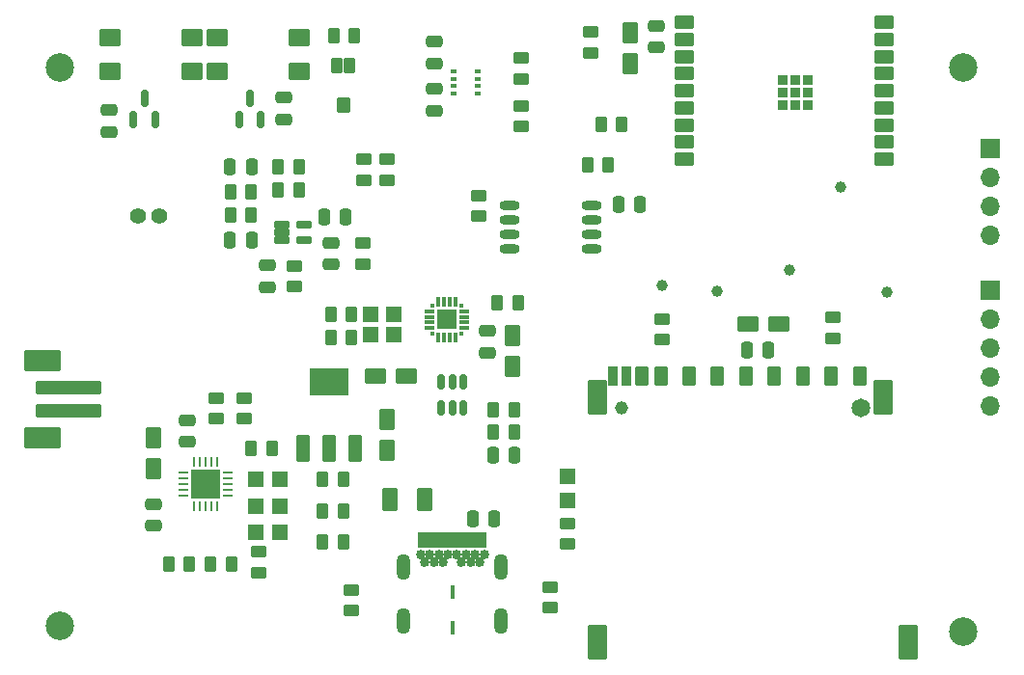
<source format=gts>
%TF.GenerationSoftware,KiCad,Pcbnew,9.0.0*%
%TF.CreationDate,2025-05-12T22:40:26+02:00*%
%TF.ProjectId,ESP32_PeterDalmaris_Board,45535033-325f-4506-9574-657244616c6d,rev?*%
%TF.SameCoordinates,Original*%
%TF.FileFunction,Soldermask,Top*%
%TF.FilePolarity,Negative*%
%FSLAX46Y46*%
G04 Gerber Fmt 4.6, Leading zero omitted, Abs format (unit mm)*
G04 Created by KiCad (PCBNEW 9.0.0) date 2025-05-12 22:40:26*
%MOMM*%
%LPD*%
G01*
G04 APERTURE LIST*
G04 Aperture macros list*
%AMRoundRect*
0 Rectangle with rounded corners*
0 $1 Rounding radius*
0 $2 $3 $4 $5 $6 $7 $8 $9 X,Y pos of 4 corners*
0 Add a 4 corners polygon primitive as box body*
4,1,4,$2,$3,$4,$5,$6,$7,$8,$9,$2,$3,0*
0 Add four circle primitives for the rounded corners*
1,1,$1+$1,$2,$3*
1,1,$1+$1,$4,$5*
1,1,$1+$1,$6,$7*
1,1,$1+$1,$8,$9*
0 Add four rect primitives between the rounded corners*
20,1,$1+$1,$2,$3,$4,$5,0*
20,1,$1+$1,$4,$5,$6,$7,0*
20,1,$1+$1,$6,$7,$8,$9,0*
20,1,$1+$1,$8,$9,$2,$3,0*%
G04 Aperture macros list end*
%ADD10RoundRect,0.102000X-0.800000X0.700000X-0.800000X-0.700000X0.800000X-0.700000X0.800000X0.700000X0*%
%ADD11RoundRect,0.175500X0.526500X0.836500X-0.526500X0.836500X-0.526500X-0.836500X0.526500X-0.836500X0*%
%ADD12RoundRect,0.250000X-0.475000X0.250000X-0.475000X-0.250000X0.475000X-0.250000X0.475000X0.250000X0*%
%ADD13RoundRect,0.102000X0.475000X-1.075000X0.475000X1.075000X-0.475000X1.075000X-0.475000X-1.075000X0*%
%ADD14RoundRect,0.102000X1.625000X-1.075000X1.625000X1.075000X-1.625000X1.075000X-1.625000X-1.075000X0*%
%ADD15RoundRect,0.250000X-0.250000X-0.475000X0.250000X-0.475000X0.250000X0.475000X-0.250000X0.475000X0*%
%ADD16RoundRect,0.250000X0.450000X-0.262500X0.450000X0.262500X-0.450000X0.262500X-0.450000X-0.262500X0*%
%ADD17RoundRect,0.102000X-0.400000X0.550000X-0.400000X-0.550000X0.400000X-0.550000X0.400000X0.550000X0*%
%ADD18RoundRect,0.102000X-0.500000X0.550000X-0.500000X-0.550000X0.500000X-0.550000X0.500000X0.550000X0*%
%ADD19C,1.412000*%
%ADD20C,1.150000*%
%ADD21C,1.650000*%
%ADD22RoundRect,0.102000X-0.500000X-0.750000X0.500000X-0.750000X0.500000X0.750000X-0.500000X0.750000X0*%
%ADD23RoundRect,0.102000X-0.350000X-0.750000X0.350000X-0.750000X0.350000X0.750000X-0.350000X0.750000X0*%
%ADD24RoundRect,0.102000X-0.750000X-1.400000X0.750000X-1.400000X0.750000X1.400000X-0.750000X1.400000X0*%
%ADD25RoundRect,0.102000X-0.600000X-0.600000X0.600000X-0.600000X0.600000X0.600000X-0.600000X0.600000X0*%
%ADD26R,1.700000X1.700000*%
%ADD27O,1.700000X1.700000*%
%ADD28RoundRect,0.102000X-0.150000X-0.600000X0.150000X-0.600000X0.150000X0.600000X-0.150000X0.600000X0*%
%ADD29C,0.854000*%
%ADD30RoundRect,0.102000X-0.100000X-0.500000X0.100000X-0.500000X0.100000X0.500000X-0.100000X0.500000X0*%
%ADD31O,1.254000X2.304000*%
%ADD32RoundRect,0.250000X-0.450000X0.262500X-0.450000X-0.262500X0.450000X-0.262500X0.450000X0.262500X0*%
%ADD33RoundRect,0.250000X-0.262500X-0.450000X0.262500X-0.450000X0.262500X0.450000X-0.262500X0.450000X0*%
%ADD34RoundRect,0.150000X0.150000X-0.587500X0.150000X0.587500X-0.150000X0.587500X-0.150000X-0.587500X0*%
%ADD35RoundRect,0.250000X0.262500X0.450000X-0.262500X0.450000X-0.262500X-0.450000X0.262500X-0.450000X0*%
%ADD36C,2.500000*%
%ADD37RoundRect,0.179250X-0.537750X0.777750X-0.537750X-0.777750X0.537750X-0.777750X0.537750X0.777750X0*%
%ADD38C,1.000000*%
%ADD39RoundRect,0.250000X0.475000X-0.250000X0.475000X0.250000X-0.475000X0.250000X-0.475000X-0.250000X0*%
%ADD40RoundRect,0.102000X-0.750000X-0.450000X0.750000X-0.450000X0.750000X0.450000X-0.750000X0.450000X0*%
%ADD41RoundRect,0.102000X-0.350000X-0.350000X0.350000X-0.350000X0.350000X0.350000X-0.350000X0.350000X0*%
%ADD42RoundRect,0.102000X0.600000X0.600000X-0.600000X0.600000X-0.600000X-0.600000X0.600000X-0.600000X0*%
%ADD43RoundRect,0.102000X2.750000X-0.500000X2.750000X0.500000X-2.750000X0.500000X-2.750000X-0.500000X0*%
%ADD44RoundRect,0.102000X1.500000X-0.800000X1.500000X0.800000X-1.500000X0.800000X-1.500000X-0.800000X0*%
%ADD45RoundRect,0.151000X-0.546000X-0.151000X0.546000X-0.151000X0.546000X0.151000X-0.546000X0.151000X0*%
%ADD46RoundRect,0.062500X0.062500X-0.350000X0.062500X0.350000X-0.062500X0.350000X-0.062500X-0.350000X0*%
%ADD47RoundRect,0.062500X0.350000X-0.062500X0.350000X0.062500X-0.350000X0.062500X-0.350000X-0.062500X0*%
%ADD48R,2.500000X2.500000*%
%ADD49RoundRect,0.250000X0.250000X0.475000X-0.250000X0.475000X-0.250000X-0.475000X0.250000X-0.475000X0*%
%ADD50O,1.804000X0.804000*%
%ADD51RoundRect,0.179250X0.537750X-0.777750X0.537750X0.777750X-0.537750X0.777750X-0.537750X-0.777750X0*%
%ADD52RoundRect,0.102000X0.600000X-0.600000X0.600000X0.600000X-0.600000X0.600000X-0.600000X-0.600000X0*%
%ADD53RoundRect,0.179250X-0.777750X-0.537750X0.777750X-0.537750X0.777750X0.537750X-0.777750X0.537750X0*%
%ADD54RoundRect,0.150000X0.150000X-0.512500X0.150000X0.512500X-0.150000X0.512500X-0.150000X-0.512500X0*%
%ADD55R,0.500000X0.350000*%
%ADD56R,0.300000X0.300000*%
%ADD57R,0.300000X0.900000*%
%ADD58R,0.900000X0.300000*%
%ADD59R,1.800000X1.800000*%
G04 APERTURE END LIST*
D10*
%TO.C,S2*%
X119350000Y-54337500D03*
X126550000Y-54337500D03*
X119350000Y-51337500D03*
X126550000Y-51337500D03*
%TD*%
%TO.C,S1*%
X128775000Y-54325000D03*
X135975000Y-54325000D03*
X128775000Y-51325000D03*
X135975000Y-51325000D03*
%TD*%
D11*
%TO.C,R35*%
X146955000Y-91850000D03*
X143945000Y-91850000D03*
%TD*%
D12*
%TO.C,C3*%
X123175000Y-92312500D03*
X123175000Y-94212500D03*
%TD*%
D13*
%TO.C,VR1*%
X136300000Y-87400000D03*
X138600000Y-87400000D03*
X140900000Y-87400000D03*
D14*
X138600000Y-81600000D03*
%TD*%
D15*
%TO.C,C21*%
X138150000Y-67100000D03*
X140050000Y-67100000D03*
%TD*%
D16*
%TO.C,R22*%
X155400000Y-54962500D03*
X155400000Y-53137500D03*
%TD*%
D17*
%TO.C,Q1*%
X140400000Y-53755000D03*
X139300000Y-53755000D03*
D18*
X139850000Y-57265000D03*
%TD*%
D19*
%TO.C,MK1*%
X121800000Y-67000000D03*
X123700000Y-67000000D03*
%TD*%
D20*
%TO.C,J3*%
X164250000Y-83887500D03*
D21*
X185250000Y-83887500D03*
D22*
X182625000Y-81087500D03*
X180125000Y-81087500D03*
X177625000Y-81087500D03*
X175125000Y-81087500D03*
X172625000Y-81087500D03*
X170125000Y-81087500D03*
X167700000Y-81087500D03*
X166000000Y-81087500D03*
X185125000Y-81087500D03*
D23*
X164700000Y-81087500D03*
D24*
X162100000Y-82887500D03*
X187200000Y-82887500D03*
X189400000Y-104387500D03*
X162100000Y-104387500D03*
D23*
X163500000Y-81087500D03*
%TD*%
D25*
%TO.C,D6*%
X134275000Y-94812500D03*
X132175000Y-94812500D03*
%TD*%
D26*
%TO.C,J5*%
X196600000Y-73500000D03*
D27*
X196600000Y-76040000D03*
X196600000Y-78580000D03*
X196600000Y-81120000D03*
X196600000Y-83660000D03*
%TD*%
D15*
%TO.C,C18*%
X129887500Y-62700000D03*
X131787500Y-62700000D03*
%TD*%
D28*
%TO.C,J1*%
X146650000Y-95459500D03*
X147150000Y-95459500D03*
X147650000Y-95459500D03*
X148150000Y-95459500D03*
X148650000Y-95459500D03*
X149150000Y-95459500D03*
X149650000Y-95459500D03*
X150150000Y-95459500D03*
X150650000Y-95459500D03*
X151150000Y-95459500D03*
X151650000Y-95459500D03*
X152150000Y-95459500D03*
D29*
X152200000Y-96709500D03*
X151800000Y-97419500D03*
X151000000Y-97419500D03*
X150600000Y-96709500D03*
X150200000Y-97419500D03*
X149800000Y-96709500D03*
X149000000Y-96709500D03*
X148600000Y-97419500D03*
X148200000Y-96709500D03*
X147800000Y-97419500D03*
X147000000Y-97419500D03*
X146600000Y-96709500D03*
X151400000Y-96709500D03*
X147400000Y-96709500D03*
D30*
X149400000Y-100039500D03*
X149400000Y-103139500D03*
D31*
X145130000Y-97859500D03*
X153670000Y-97859500D03*
X145130000Y-102589500D03*
X153670000Y-102589500D03*
%TD*%
D32*
%TO.C,R2*%
X140500000Y-99837500D03*
X140500000Y-101662500D03*
%TD*%
D12*
%TO.C,C10*%
X167250000Y-50300000D03*
X167250000Y-52200000D03*
%TD*%
D33*
%TO.C,R20*%
X162450000Y-58950000D03*
X164275000Y-58950000D03*
%TD*%
D34*
%TO.C,Q3*%
X130700000Y-58547500D03*
X132600000Y-58547500D03*
X131650000Y-56672500D03*
%TD*%
D35*
%TO.C,R25*%
X140812500Y-51150000D03*
X138987500Y-51150000D03*
%TD*%
%TO.C,R10*%
X139837500Y-90125000D03*
X138012500Y-90125000D03*
%TD*%
D36*
%TO.C,REF\u002A\u002A*%
X194207107Y-54000000D03*
%TD*%
D35*
%TO.C,R9*%
X139837500Y-92875000D03*
X138012500Y-92875000D03*
%TD*%
%TO.C,R26*%
X131750000Y-64900000D03*
X129925000Y-64900000D03*
%TD*%
D32*
%TO.C,R30*%
X135550000Y-71387500D03*
X135550000Y-73212500D03*
%TD*%
D37*
%TO.C,C11*%
X165000000Y-50900000D03*
X165000000Y-53600000D03*
%TD*%
D16*
%TO.C,R34*%
X161500000Y-52662500D03*
X161500000Y-50837500D03*
%TD*%
D38*
%TO.C,TP4*%
X187500000Y-73700000D03*
%TD*%
D32*
%TO.C,R6*%
X131175000Y-82962500D03*
X131175000Y-84787500D03*
%TD*%
D33*
%TO.C,R14*%
X153000000Y-84000000D03*
X154825000Y-84000000D03*
%TD*%
D35*
%TO.C,R28*%
X135950000Y-64700000D03*
X134125000Y-64700000D03*
%TD*%
D16*
%TO.C,R21*%
X167796000Y-77859000D03*
X167796000Y-76034000D03*
%TD*%
D39*
%TO.C,C19*%
X133150000Y-73250000D03*
X133150000Y-71350000D03*
%TD*%
D40*
%TO.C,U2*%
X169750000Y-50000000D03*
X169750000Y-51500000D03*
X169750000Y-53000000D03*
X169750000Y-54500000D03*
X169750000Y-56000000D03*
X169750000Y-57500000D03*
X169750000Y-59000000D03*
X169750000Y-60500000D03*
X169750000Y-62000000D03*
X187250000Y-62000000D03*
X187250000Y-60500000D03*
X187250000Y-59000000D03*
X187250000Y-57500000D03*
X187250000Y-56000000D03*
X187250000Y-54500000D03*
X187250000Y-53000000D03*
X187250000Y-51500000D03*
X187250000Y-50000000D03*
D41*
X178360000Y-55100000D03*
X179460000Y-55100000D03*
X180560000Y-55100000D03*
X178360000Y-56200000D03*
X179460000Y-56200000D03*
X180560000Y-56200000D03*
X178360000Y-57300000D03*
X179460000Y-57300000D03*
X180560000Y-57300000D03*
%TD*%
D15*
%TO.C,C14*%
X163984500Y-65978000D03*
X165884500Y-65978000D03*
%TD*%
D36*
%TO.C,REF\u002A\u002A*%
X115000000Y-103000000D03*
%TD*%
%TO.C,REF\u002A\u002A*%
X115000000Y-54000000D03*
%TD*%
D42*
%TO.C,D9*%
X142200000Y-75637500D03*
X144300000Y-75637500D03*
%TD*%
D16*
%TO.C,R19*%
X182750000Y-77712500D03*
X182750000Y-75887500D03*
%TD*%
D38*
%TO.C,TP3*%
X172625000Y-73575000D03*
%TD*%
D32*
%TO.C,R24*%
X155400000Y-57337500D03*
X155400000Y-59162500D03*
%TD*%
D16*
%TO.C,R33*%
X141600000Y-62037500D03*
X141600000Y-63862500D03*
%TD*%
D43*
%TO.C,J2*%
X115707500Y-84100000D03*
X115707500Y-82100000D03*
D44*
X113457500Y-86500000D03*
X113457500Y-79700000D03*
%TD*%
D39*
%TO.C,C15*%
X147800000Y-53600000D03*
X147800000Y-51700000D03*
%TD*%
%TO.C,C20*%
X138750000Y-71250000D03*
X138750000Y-69350000D03*
%TD*%
D12*
%TO.C,C16*%
X147800000Y-55850000D03*
X147800000Y-57750000D03*
%TD*%
%TO.C,C7*%
X152450000Y-77087500D03*
X152450000Y-78987500D03*
%TD*%
%TO.C,C22*%
X134600000Y-56597500D03*
X134600000Y-58497500D03*
%TD*%
D45*
%TO.C,U7*%
X134430000Y-67800000D03*
X134430000Y-68450000D03*
X134430000Y-69100000D03*
X136350000Y-69100000D03*
X136350000Y-67800000D03*
%TD*%
D46*
%TO.C,U1*%
X126725000Y-92462500D03*
X127225000Y-92462500D03*
X127725000Y-92462500D03*
X128225000Y-92462500D03*
X128725000Y-92462500D03*
D47*
X129662500Y-91525000D03*
X129662500Y-91025000D03*
X129662500Y-90525000D03*
X129662500Y-90025000D03*
X129662500Y-89525000D03*
D46*
X128725000Y-88587500D03*
X128225000Y-88587500D03*
X127725000Y-88587500D03*
X127225000Y-88587500D03*
X126725000Y-88587500D03*
D47*
X125787500Y-89525000D03*
X125787500Y-90025000D03*
X125787500Y-90525000D03*
X125787500Y-91025000D03*
X125787500Y-91525000D03*
D48*
X127725000Y-90525000D03*
%TD*%
D49*
%TO.C,C17*%
X131787500Y-69100000D03*
X129887500Y-69100000D03*
%TD*%
D50*
%TO.C,U5*%
X154400000Y-66095000D03*
X154400000Y-67365000D03*
X154400000Y-68635000D03*
X154400000Y-69905000D03*
X161600000Y-69905000D03*
X161600000Y-68635000D03*
X161600000Y-67365000D03*
X161600000Y-66095000D03*
%TD*%
D25*
%TO.C,D4*%
X134275000Y-92462500D03*
X132175000Y-92462500D03*
%TD*%
D15*
%TO.C,C1*%
X151206000Y-93609500D03*
X153106000Y-93609500D03*
%TD*%
D34*
%TO.C,Q2*%
X121427500Y-58547500D03*
X123327500Y-58547500D03*
X122377500Y-56672500D03*
%TD*%
D35*
%TO.C,R11*%
X139837500Y-95625000D03*
X138012500Y-95625000D03*
%TD*%
D25*
%TO.C,D5*%
X134275000Y-90112500D03*
X132175000Y-90112500D03*
%TD*%
D15*
%TO.C,C12*%
X175230000Y-78731500D03*
X177130000Y-78731500D03*
%TD*%
D38*
%TO.C,TP1*%
X179000000Y-71700000D03*
%TD*%
D39*
%TO.C,C4*%
X126125000Y-86825000D03*
X126125000Y-84925000D03*
%TD*%
D32*
%TO.C,R5*%
X128675000Y-82962500D03*
X128675000Y-84787500D03*
%TD*%
D51*
%TO.C,C5*%
X143650000Y-87600000D03*
X143650000Y-84900000D03*
%TD*%
D16*
%TO.C,R7*%
X132375000Y-98325000D03*
X132375000Y-96500000D03*
%TD*%
D35*
%TO.C,R3*%
X130025000Y-97562500D03*
X128200000Y-97562500D03*
%TD*%
D33*
%TO.C,R29*%
X134125000Y-62700000D03*
X135950000Y-62700000D03*
%TD*%
%TO.C,R17*%
X138737500Y-75637500D03*
X140562500Y-75637500D03*
%TD*%
D35*
%TO.C,R4*%
X126325000Y-97562500D03*
X124500000Y-97562500D03*
%TD*%
D49*
%TO.C,C9*%
X154862500Y-88000000D03*
X152962500Y-88000000D03*
%TD*%
D16*
%TO.C,R32*%
X143625000Y-63862500D03*
X143625000Y-62037500D03*
%TD*%
%TO.C,R31*%
X141550000Y-71212500D03*
X141550000Y-69387500D03*
%TD*%
D32*
%TO.C,R23*%
X151725000Y-65212500D03*
X151725000Y-67037500D03*
%TD*%
D35*
%TO.C,R15*%
X154825000Y-86000000D03*
X153000000Y-86000000D03*
%TD*%
D52*
%TO.C,D7*%
X159500000Y-89869000D03*
X159500000Y-91969000D03*
%TD*%
D53*
%TO.C,C13*%
X175330000Y-76481500D03*
X178030000Y-76481500D03*
%TD*%
D33*
%TO.C,R16*%
X138737500Y-77637500D03*
X140562500Y-77637500D03*
%TD*%
D12*
%TO.C,C23*%
X119300000Y-57725000D03*
X119300000Y-59625000D03*
%TD*%
D38*
%TO.C,TP2*%
X167775000Y-73075000D03*
%TD*%
D35*
%TO.C,R8*%
X133587500Y-87412500D03*
X131762500Y-87412500D03*
%TD*%
D54*
%TO.C,U4*%
X148450000Y-83837500D03*
X149400000Y-83837500D03*
X150350000Y-83837500D03*
X150350000Y-81562500D03*
X149400000Y-81562500D03*
X148450000Y-81562500D03*
%TD*%
D37*
%TO.C,C25*%
X154650000Y-77487500D03*
X154650000Y-80187500D03*
%TD*%
D36*
%TO.C,REF\u002A\u002A*%
X194250000Y-103500000D03*
%TD*%
D32*
%TO.C,R1*%
X158000000Y-99587500D03*
X158000000Y-101412500D03*
%TD*%
D55*
%TO.C,U6*%
X151600000Y-54300000D03*
X151600000Y-54950000D03*
X151600000Y-55600000D03*
X151600000Y-56250000D03*
X149550000Y-56250000D03*
X149550000Y-55600000D03*
X149550000Y-54950000D03*
X149550000Y-54300000D03*
%TD*%
D53*
%TO.C,C6*%
X142650000Y-81050000D03*
X145350000Y-81050000D03*
%TD*%
D35*
%TO.C,R13*%
X155162500Y-74637500D03*
X153337500Y-74637500D03*
%TD*%
D16*
%TO.C,R12*%
X159500000Y-95792000D03*
X159500000Y-93967000D03*
%TD*%
D33*
%TO.C,R18*%
X161237500Y-62500000D03*
X163062500Y-62500000D03*
%TD*%
D26*
%TO.C,J4*%
X196600000Y-61064000D03*
D27*
X196600000Y-63604000D03*
X196600000Y-66144000D03*
X196600000Y-68684000D03*
%TD*%
D33*
%TO.C,R27*%
X129925000Y-66900000D03*
X131750000Y-66900000D03*
%TD*%
D38*
%TO.C,TP5*%
X183425000Y-64475000D03*
%TD*%
D56*
%TO.C,U3*%
X147650000Y-77350000D03*
D57*
X148150000Y-77650000D03*
X148650000Y-77650000D03*
X149150000Y-77650000D03*
X149650000Y-77650000D03*
D56*
X150150000Y-77350000D03*
D58*
X150450000Y-76850000D03*
X150450000Y-76350000D03*
X150450000Y-75850000D03*
X150450000Y-75350000D03*
D56*
X150150000Y-74850000D03*
D57*
X149650000Y-74550000D03*
X149150000Y-74550000D03*
X148650000Y-74550000D03*
X148150000Y-74550000D03*
D56*
X147650000Y-74850000D03*
D58*
X147350000Y-75350000D03*
X147350000Y-75850000D03*
X147350000Y-76350000D03*
X147350000Y-76850000D03*
D59*
X148900000Y-76100000D03*
%TD*%
D51*
%TO.C,C24*%
X123175000Y-89212500D03*
X123175000Y-86512500D03*
%TD*%
D42*
%TO.C,D8*%
X142200000Y-77437500D03*
X144300000Y-77437500D03*
%TD*%
M02*

</source>
